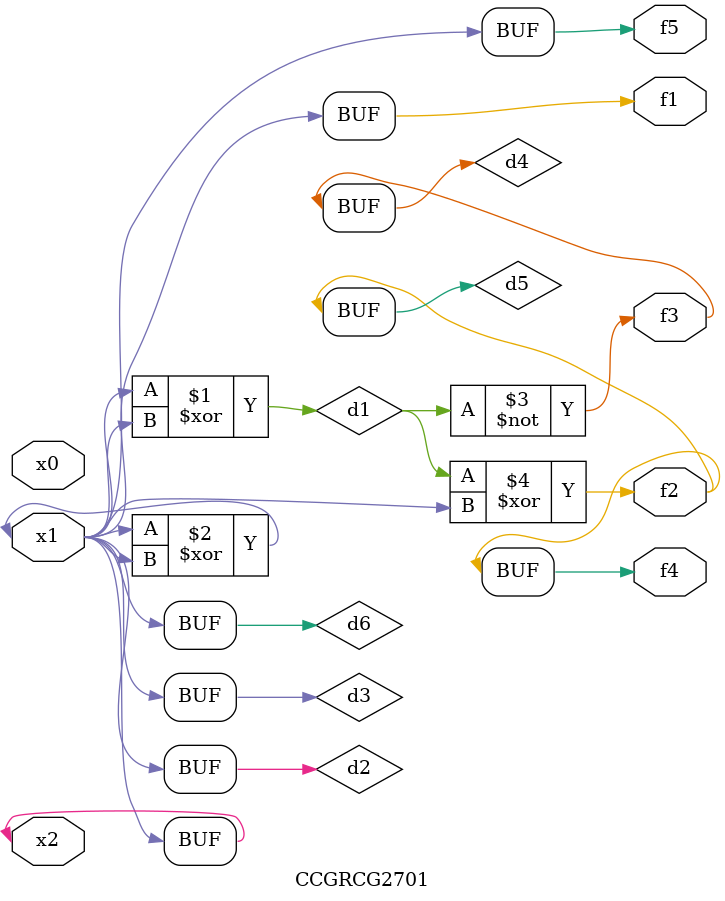
<source format=v>
module CCGRCG2701(
	input x0, x1, x2,
	output f1, f2, f3, f4, f5
);

	wire d1, d2, d3, d4, d5, d6;

	xor (d1, x1, x2);
	buf (d2, x1, x2);
	xor (d3, x1, x2);
	nor (d4, d1);
	xor (d5, d1, d2);
	buf (d6, d2, d3);
	assign f1 = d6;
	assign f2 = d5;
	assign f3 = d4;
	assign f4 = d5;
	assign f5 = d6;
endmodule

</source>
